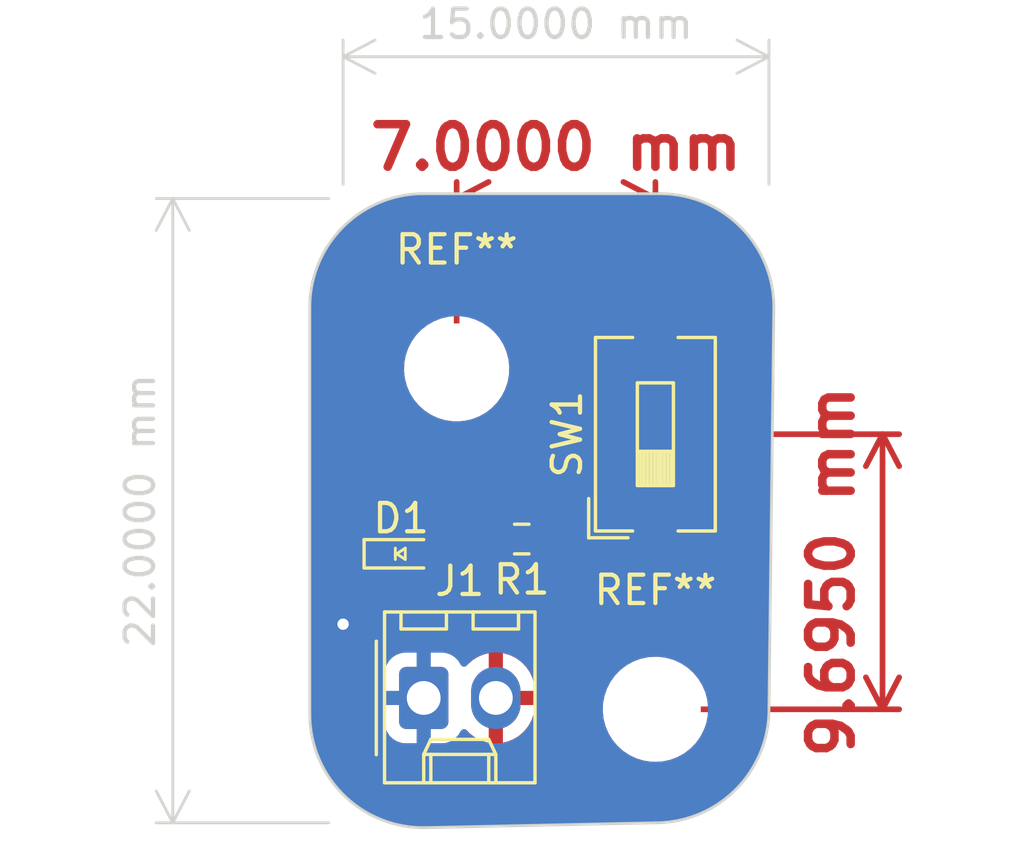
<source format=kicad_pcb>
(kicad_pcb (version 20221018) (generator pcbnew)
  (title_block (title "LEDProject") (date "2022-08-16") (rev "1.0") (company "Illini Solar Car") (comment 1 "Designed By: Rachel Cleaver"))
  (layers (0 "F.Cu" signal) (31 "B.Cu" signal) (34 "B.Paste" user) (35 "F.Paste" user) (36 "B.SilkS" user "B.Silkscreen") (37 "F.SilkS" user "F.Silkscreen") (38 "B.Mask" user) (39 "F.Mask" user) (44 "Edge.Cuts" user))
  (net 0 "")
  (net 1 "GND")
  (net 2 "Net-(D1-A)")
  (net 3 "Net-(R1-Pad1)")
  (net 4 "+3V3")
  (footprint "MountingHole:MountingHole_3.2mm_M3" (layer "F.Cu") (at 118 90)
    (fp_text reference "REF**" (at 0 -4.2) (layer "F.SilkS"))
    (fp_text value "MountingHole_3.2mm_M3")
    (pad "" np_thru_hole circle (at 0 0) (size 3.2 3.2) (drill 3.2) (layers "*.Cu" "*.Mask"))
  )
  (footprint "layout:LED_0603_Symbol_on_F.SilkS" (layer "F.Cu") (at 116.04 96.52)
    (fp_text reference "D1" (at 0 -1.25) (layer "F.SilkS"))
    (fp_text value "LED_RED")
    (fp_line (start -1.3 -0.5) (end -1.3 0.5) (stroke (width 0.12)) (layer "F.SilkS"))
    (fp_line (start -1.3 -0.5) (end 0.8 -0.5) (stroke (width 0.12)) (layer "F.SilkS"))
    (fp_line (start -1.3 0.5) (end 0.8 0.5) (stroke (width 0.12)) (layer "F.SilkS"))
    (fp_line (start -0.2 -0.2) (end -0.2 0.2) (stroke (width 0.1)) (layer "F.SilkS"))
    (fp_line (start -0.15 0) (end 0.15 -0.2) (stroke (width 0.1)) (layer "F.SilkS"))
    (fp_line (start 0.15 -0.2) (end 0.15 0.2) (stroke (width 0.1)) (layer "F.SilkS"))
    (fp_line (start 0.15 0.2) (end -0.15 0) (stroke (width 0.1)) (layer "F.SilkS"))
    (pad "1" smd rect (at -0.8 0 180) (size 0.8 0.8) (layers "F.Cu" "F.Paste" "F.Mask") (net 1 "GND"))
    (pad "2" smd rect (at 0.8 0 180) (size 0.8 0.8) (layers "F.Cu" "F.Paste" "F.Mask") (net 2 "Net-(D1-A)"))
  )
  (footprint "Connector_Molex:Molex_KK-254_AE-6410-02A_1x02_P2.54mm_Vertical" (layer "F.Cu") (at 116.84 101.6)
    (fp_text reference "J1" (at 1.27 -4.12) (layer "F.SilkS"))
    (fp_text value "Conn_01x02_Male")
    (fp_line (start -1.67 -2) (end -1.67 2) (stroke (width 0.12)) (layer "F.SilkS"))
    (fp_line (start -1.38 -3.03) (end -1.38 2.99) (stroke (width 0.12)) (layer "F.SilkS"))
    (fp_line (start -1.38 2.99) (end 3.92 2.99) (stroke (width 0.12)) (layer "F.SilkS"))
    (fp_line (start -0.8 -3.03) (end -0.8 -2.43) (stroke (width 0.12)) (layer "F.SilkS"))
    (fp_line (start -0.8 -2.43) (end 0.8 -2.43) (stroke (width 0.12)) (layer "F.SilkS"))
    (fp_line (start 0 1.99) (end 0.25 1.46) (stroke (width 0.12)) (layer "F.SilkS"))
    (fp_line (start 0 1.99) (end 2.54 1.99) (stroke (width 0.12)) (layer "F.SilkS"))
    (fp_line (start 0 2.99) (end 0 1.99) (stroke (width 0.12)) (layer "F.SilkS"))
    (fp_line (start 0.25 1.46) (end 2.29 1.46) (stroke (width 0.12)) (layer "F.SilkS"))
    (fp_line (start 0.25 2.99) (end 0.25 1.99) (stroke (width 0.12)) (layer "F.SilkS"))
    (fp_line (start 0.8 -2.43) (end 0.8 -3.03) (stroke (width 0.12)) (layer "F.SilkS"))
    (fp_line (start 1.74 -3.03) (end 1.74 -2.43) (stroke (width 0.12)) (layer "F.SilkS"))
    (fp_line (start 1.74 -2.43) (end 3.34 -2.43) (stroke (width 0.12)) (layer "F.SilkS"))
    (fp_line (start 2.29 1.46) (end 2.54 1.99) (stroke (width 0.12)) (layer "F.SilkS"))
    (fp_line (start 2.29 2.99) (end 2.29 1.99) (stroke (width 0.12)) (layer "F.SilkS"))
    (fp_line (start 2.54 1.99) (end 2.54 2.99) (stroke (width 0.12)) (layer "F.SilkS"))
    (fp_line (start 3.34 -2.43) (end 3.34 -3.03) (stroke (width 0.12)) (layer "F.SilkS"))
    (fp_line (start 3.92 -3.03) (end -1.38 -3.03) (stroke (width 0.12)) (layer "F.SilkS"))
    (fp_line (start 3.92 2.99) (end 3.92 -3.03) (stroke (width 0.12)) (layer "F.SilkS"))
    (pad "1" thru_hole roundrect (at 0 0) (size 1.74 2.19) (drill 1.19) (layers "*.Cu" "*.Mask") (roundrect_rratio 0.143678) (net 1 "GND"))
    (pad "2" thru_hole oval (at 2.54 0) (size 1.74 2.19) (drill 1.19) (layers "*.Cu" "*.Mask") (net 4 "+3V3"))
  )
  (footprint "Resistor_SMD:R_0603_1608Metric_Pad0.98x0.95mm_HandSolder" (layer "F.Cu") (at 120.2925 96 180)
    (fp_text reference "R1" (at 0 -1.43) (layer "F.SilkS"))
    (fp_text value "105")
    (fp_line (start -0.254724 -0.5225) (end 0.254724 -0.5225) (stroke (width 0.12)) (layer "F.SilkS"))
    (fp_line (start -0.254724 0.5225) (end 0.254724 0.5225) (stroke (width 0.12)) (layer "F.SilkS"))
    (pad "1" smd roundrect (at -0.9125 0 180) (size 0.975 0.95) (layers "F.Cu" "F.Paste" "F.Mask") (net 3 "Net-(R1-Pad1)"))
    (pad "2" smd roundrect (at 0.9125 0 180) (size 0.975 0.95) (layers "F.Cu" "F.Paste" "F.Mask") (net 2 "Net-(D1-A)"))
  )
  (footprint "Button_Switch_SMD:SW_DIP_SPSTx01_Slide_6.7x4.1mm_W8.61mm_P2.54mm_LowProfile" (layer "F.Cu") (at 125 92.305 90)
    (fp_text reference "SW1" (at 0 -3.11 90) (layer "F.SilkS"))
    (fp_text value "SW_Push")
    (fp_line (start -3.65 -2.35) (end -3.65 -0.967) (stroke (width 0.12)) (layer "F.SilkS"))
    (fp_line (start -3.65 -2.35) (end -2.267 -2.35) (stroke (width 0.12)) (layer "F.SilkS"))
    (fp_line (start -3.41 -2.11) (end -3.41 -0.8) (stroke (width 0.12)) (layer "F.SilkS"))
    (fp_line (start -3.41 -2.11) (end 3.41 -2.11) (stroke (width 0.12)) (layer "F.SilkS"))
    (fp_line (start -3.41 0.8) (end -3.41 2.11) (stroke (width 0.12)) (layer "F.SilkS"))
    (fp_line (start -3.41 2.11) (end 3.41 2.11) (stroke (width 0.12)) (layer "F.SilkS"))
    (fp_line (start -1.81 -0.635) (end -1.81 0.635) (stroke (width 0.12)) (layer "F.SilkS"))
    (fp_line (start -1.81 -0.515) (end -0.603333 -0.515) (stroke (width 0.12)) (layer "F.SilkS"))
    (fp_line (start -1.81 -0.395) (end -0.603333 -0.395) (stroke (width 0.12)) (layer "F.SilkS"))
    (fp_line (start -1.81 -0.275) (end -0.603333 -0.275) (stroke (width 0.12)) (layer "F.SilkS"))
    (fp_line (start -1.81 -0.155) (end -0.603333 -0.155) (stroke (width 0.12)) (layer "F.SilkS"))
    (fp_line (start -1.81 -0.035) (end -0.603333 -0.035) (stroke (width 0.12)) (layer "F.SilkS"))
    (fp_line (start -1.81 0.085) (end -0.603333 0.085) (stroke (width 0.12)) (layer "F.SilkS"))
    (fp_line (start -1.81 0.205) (end -0.603333 0.205) (stroke (width 0.12)) (layer "F.SilkS"))
    (fp_line (start -1.81 0.325) (end -0.603333 0.325) (stroke (width 0.12)) (layer "F.SilkS"))
    (fp_line (start -1.81 0.445) (end -0.603333 0.445) (stroke (width 0.12)) (layer "F.SilkS"))
    (fp_line (start -1.81 0.565) (end -0.603333 0.565) (stroke (width 0.12)) (layer "F.SilkS"))
    (fp_line (start -1.81 0.635) (end 1.81 0.635) (stroke (width 0.12)) (layer "F.SilkS"))
    (fp_line (start -0.603333 -0.635) (end -0.603333 0.635) (stroke (width 0.12)) (layer "F.SilkS"))
    (fp_line (start 1.81 -0.635) (end -1.81 -0.635) (stroke (width 0.12)) (layer "F.SilkS"))
    (fp_line (start 1.81 0.635) (end 1.81 -0.635) (stroke (width 0.12)) (layer "F.SilkS"))
    (fp_line (start 3.41 -2.11) (end 3.41 -0.8) (stroke (width 0.12)) (layer "F.SilkS"))
    (fp_line (start 3.41 0.8) (end 3.41 2.11) (stroke (width 0.12)) (layer "F.SilkS"))
    (pad "1" smd rect (at -4.305 0 90) (size 2.44 1.12) (layers "F.Cu" "F.Paste" "F.Mask") (net 4 "+3V3"))
    (pad "2" smd rect (at 4.305 0 90) (size 2.44 1.12) (layers "F.Cu" "F.Paste" "F.Mask") (net 3 "Net-(R1-Pad1)"))
  )
  (footprint "MountingHole:MountingHole_3.2mm_M3" (layer "F.Cu") (at 125 102)
    (fp_text reference "REF**" (at 0 -4.2) (layer "F.SilkS"))
    (fp_text value "MountingHole_3.2mm_M3")
    (pad "" np_thru_hole circle (at 0 0) (size 3.2 3.2) (drill 3.2) (layers "*.Cu" "*.Mask"))
  )
  (gr_line (start 116.828427 83.828427) (end 125.171573 83.828427) (stroke (width 0.1)) (layer "Edge.Cuts"))
  (gr_line (start 112.828427 87.828427) (end 112.828427 102.171573) (stroke (width 0.1)) (layer "Edge.Cuts"))
  (gr_arc (start 112.828427 87.828427) (mid 114 85) (end 116.828427 83.828427) (stroke (width 0.1)) (layer "Edge.Cuts"))
  (gr_arc (start 116.828427 106.171573) (mid 114 105) (end 112.828427 102.171573) (stroke (width 0.1)) (layer "Edge.Cuts"))
  (gr_arc (start 125.171573 83.828427) (mid 128 85) (end 129.171573 87.828427) (stroke (width 0.1)) (layer "Edge.Cuts"))
  (gr_line (start 129.171573 87.828427) (end 129 102) (stroke (width 0.1)) (layer "Edge.Cuts"))
  (gr_arc (start 129 102) (mid 127.828427 104.828427) (end 125 106) (stroke (width 0.1)) (layer "Edge.Cuts"))
  (gr_line (start 116.828427 106.171573) (end 125 106) (stroke (width 0.1)) (layer "Edge.Cuts"))
  (dimension (type aligned) (layer "F.Cu") (pts (xy 118 90) (xy 125 90)) (height -6) (gr_text "7.0000 mm" (at 121.5 82.2) (layer "F.Cu") (effects (font (size 1.5 1.5) (thickness 0.3)))) (format (prefix "") (suffix "") (units 3) (units_format 1) (precision 4)) (style (thickness 0.2) (arrow_length 1.27) (text_position_mode 0) (extension_height 0.58642) (extension_offset 0.5) keep_text_aligned))
  (dimension (type aligned) (layer "F.Cu") (pts (xy 125 102) (xy 125 92.305)) (height 8) (gr_text "9.6950 mm" (at 131.2 97.1525 90) (layer "F.Cu") (effects (font (size 1.5 1.5) (thickness 0.3)))) (format (prefix "") (suffix "") (units 3) (units_format 1) (precision 4)) (style (thickness 0.2) (arrow_length 1.27) (text_position_mode 0) (extension_height 0.58642) (extension_offset 0.5) keep_text_aligned))
  (dimension (type aligned) (layer "Edge.Cuts") (pts (xy 114 84) (xy 114 106)) (height 6) (gr_text "22.0000 mm" (at 106.85 95 90) (layer "Edge.Cuts") (effects (font (size 1 1) (thickness 0.15)))) (format (prefix "") (suffix "") (units 3) (units_format 1) (precision 4)) (style (thickness 0.1) (arrow_length 1.27) (text_position_mode 0) (extension_height 0.58642) (extension_offset 0.5) keep_text_aligned))
  (dimension (type aligned) (layer "Edge.Cuts") (pts (xy 129 84) (xy 114 84)) (height 5) (gr_text "15.0000 mm" (at 121.5 77.85) (layer "Edge.Cuts") (effects (font (size 1 1) (thickness 0.15)))) (format (prefix "") (suffix "") (units 3) (units_format 1) (precision 4)) (style (thickness 0.1) (arrow_length 1.27) (text_position_mode 0) (extension_height 0.58642) (extension_offset 0.5) keep_text_aligned))
  (segment (start 115.24 96.52) (end 115.24 97.76) (width 0.25) (layer "F.Cu") (net 1))
  (segment (start 115.24 97.76) (end 114 99) (width 0.25) (layer "F.Cu") (net 1))
  (via (at 114 99) (size 0.8) (drill 0.4) (layers "F.Cu" "B.Cu") (net 1))
  (segment (start 118.86 96.52) (end 119.38 96) (width 0.25) (layer "F.Cu") (net 2))
  (segment (start 116.84 96.52) (end 118.86 96.52) (width 0.25) (layer "F.Cu") (net 2))
  (segment (start 122 92) (end 122 89) (width 0.25) (layer "F.Cu") (net 3))
  (segment (start 122 89) (end 123 88) (width 0.25) (layer "F.Cu") (net 3))
  (segment (start 121.205 92.795) (end 122 92) (width 0.25) (layer "F.Cu") (net 3))
  (segment (start 123 88) (end 125 88) (width 0.25) (layer "F.Cu") (net 3))
  (segment (start 121.205 96) (end 121.205 92.795) (width 0.25) (layer "F.Cu") (net 3))
  (zone (net 4) (net_name "+3V3") (layer "F.Cu") (connect_pads (clearance 0.508)) (min_thickness 0.25) (fill yes (thermal_gap 0.5) (thermal_bridge_width 0.5))
    (polygon (pts (xy 112 83) (xy 130 83) (xy 130 107) (xy 112 107)))
  )
  (zone (net 1) (net_name "GND") (layer "B.Cu") (priority 1) (connect_pads (clearance 0.508)) (min_thickness 0.25) (fill yes (thermal_gap 0.5) (thermal_bridge_width 0.5))
    (polygon (pts (xy 112 83) (xy 130 83) (xy 130 107) (xy 112 107)))
  )
)
</source>
